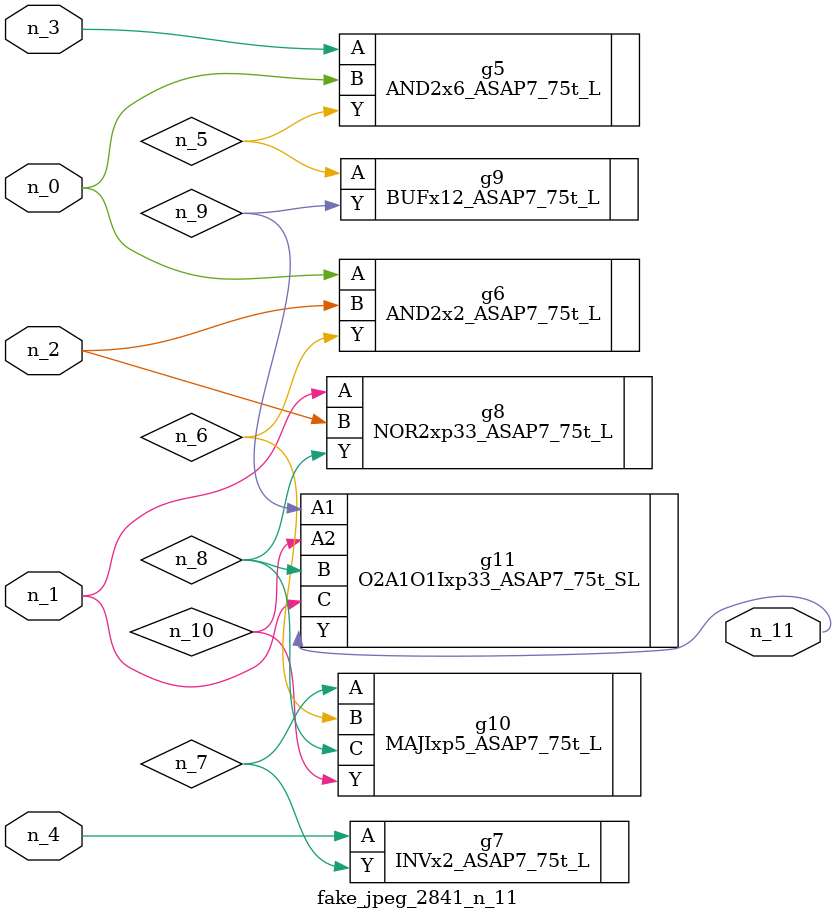
<source format=v>
module fake_jpeg_2841_n_11 (n_3, n_2, n_1, n_0, n_4, n_11);

input n_3;
input n_2;
input n_1;
input n_0;
input n_4;

output n_11;

wire n_10;
wire n_8;
wire n_9;
wire n_6;
wire n_5;
wire n_7;

AND2x6_ASAP7_75t_L g5 ( 
.A(n_3),
.B(n_0),
.Y(n_5)
);

AND2x2_ASAP7_75t_L g6 ( 
.A(n_0),
.B(n_2),
.Y(n_6)
);

INVx2_ASAP7_75t_L g7 ( 
.A(n_4),
.Y(n_7)
);

NOR2xp33_ASAP7_75t_L g8 ( 
.A(n_1),
.B(n_2),
.Y(n_8)
);

BUFx12_ASAP7_75t_L g9 ( 
.A(n_5),
.Y(n_9)
);

O2A1O1Ixp33_ASAP7_75t_SL g11 ( 
.A1(n_9),
.A2(n_10),
.B(n_8),
.C(n_1),
.Y(n_11)
);

MAJIxp5_ASAP7_75t_L g10 ( 
.A(n_7),
.B(n_6),
.C(n_8),
.Y(n_10)
);


endmodule
</source>
